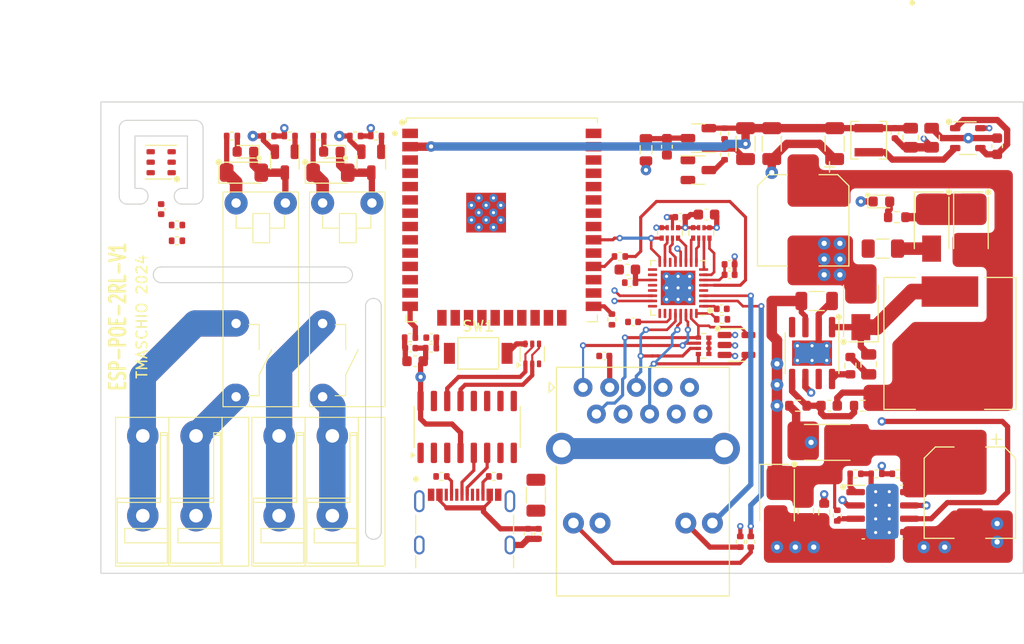
<source format=kicad_pcb>
(kicad_pcb (version 20240108) (generator "pcbnew") (generator_version "8.0")
  (layers (0 "F.Cu" signal) (1 "In1.Cu" signal) (2 "In2.Cu" signal) (31 "B.Cu" signal) (35 "F.Paste" user) (37 "F.SilkS" user "F.Silkscreen") (38 "B.Mask" user) (39 "F.Mask" user) (44 "Edge.Cuts" user))
  (net 0 "")
  (net 1 "PoE-")
  (net 2 "PoE+")
  (net 3 "GND")
  (net 4 "Net-(D2-K)")
  (net 5 "Net-(C3-Pad1)")
  (net 6 "5VPOE")
  (net 7 "Net-(U2-FB)")
  (net 8 "+5V")
  (net 9 "+3.3V")
  (net 10 "Net-(U3-FB)")
  (net 11 "Net-(C10-Pad1)")
  (net 12 "Net-(Q1A-C1)")
  (net 13 "Net-(U6-~{RST})")
  (net 14 "+3.3VA")
  (net 15 "+3.3VLAN")
  (net 16 "Net-(J2-SHIELD)")
  (net 17 "Net-(Q2-G)")
  (net 18 "5VUSB")
  (net 19 "Net-(D5-A)")
  (net 20 "/RD-")
  (net 21 "/TD-")
  (net 22 "/TD+")
  (net 23 "/RD+")
  (net 24 "Net-(D7-K)")
  (net 25 "Net-(D7-A)")
  (net 26 "Net-(D10-A)")
  (net 27 "Net-(D8-A)")
  (net 28 "Net-(J1-CC1)")
  (net 29 "/USB_D+")
  (net 30 "/USB_D-")
  (net 32 "Net-(J1-CC2)")
  (net 34 "Net-(J2-RLED-)")
  (net 35 "Net-(J2-LLED-)")
  (net 36 "/LED_Y_A")
  (net 37 "Net-(J3-Pin_1)")
  (net 38 "Net-(J3-Pin_2)")
  (net 39 "Net-(J4-Pin_1)")
  (net 40 "Net-(J4-Pin_2)")
  (net 41 "Net-(U3-LX)")
  (net 42 "Net-(Q1A-E1)")
  (net 43 "Net-(Q1A-B1)")
  (net 44 "Net-(Q1B-C2)")
  (net 45 "PHY_PWR")
  (net 46 "Net-(Q3-C)")
  (net 47 "Net-(Q4-B)")
  (net 48 "Net-(Q5-B)")
  (net 49 "Net-(U1-UVLO)")
  (net 50 "Net-(U1-ILIM)")
  (net 51 "Net-(U1-CLASS)")
  (net 52 "Net-(U1-DET)")
  (net 53 "Net-(R7-Pad2)")
  (net 54 "Net-(U2-BS)")
  (net 55 "Net-(U6-RBIAS)")
  (net 56 "/LED_G_K")
  (net 57 "OUT1")
  (net 58 "OUT2")
  (net 59 "/EMAC_RXD1")
  (net 60 "/EMAC_RXD0")
  (net 61 "/EMAC_MDIO")
  (net 62 "/EMAC_RX")
  (net 63 "Net-(RN2-R2.1)")
  (net 64 "Net-(RN2-R3.1)")
  (net 65 "Net-(RN2-R4.1)")
  (net 66 "PG")
  (net 68 "Net-(U4-TXD)")
  (net 69 "Net-(U4-RXD)")
  (net 91 "/EMAC_CLK")
  (net 93 "/EMAC_TXD0")
  (net 95 "/EMAC_TXEN")
  (net 96 "/EMAC_TXD1")
  (net 97 "/EMAC_MDC")
  (net 103 "Net-(RN1-R3.1)")
  (net 104 "Net-(U6-VDDCR)")
  (net 105 "I2C_SCL")
  (net 106 "I2C_SDA")
  (net 111 "Net-(U5-IO17)")
  (footprint "Tales:SOT-23" (layer "F.Cu") (at 133 74.45 180)
    (property "Reference" "Q2")
    (property "Value" "WPM2015-3/TR")
  )
  (footprint "Tales:TerminalBlock_Dibo_DB142R-5.08-2P_1x02_P5.08mm_Horizontal" (layer "F.Cu") (at 80 110.5)
    (property "Reference" "J3")
    (property "Value" "1x2P 5,08mm")
  )
  (footprint "Tales:R_0402_1005Metric" (layer "F.Cu") (at 135.5 74.01 -90)
    (property "Reference" "R23")
    (property "Value" "10k/62,5mW")
  )
  (footprint "Tales:C_0402_1005Metric" (layer "F.Cu") (at 116.75 112.23 -90)
    (property "Reference" "C10")
    (property "Value" "1uF/25V")
  )
  (footprint "Tales:SW_SPST_Xunpu_TS1088AR02016" (layer "F.Cu") (at 112 95)
    (property "Reference" "SW1")
    (property "Value" "RESET")
  )
  (footprint "Tales:C_0402_1005Metric" (layer "F.Cu") (at 131.27 82 180)
    (property "Reference" "C17")
    (property "Value" "100nF/50V")
  )
  (footprint "Tales:C_0603_1608Metric" (layer "F.Cu") (at 161.5 75.225 90)
    (property "Reference" "C6")
    (property "Value" "10uF/10V")
  )
  (footprint "Tales:R_0402_1005Metric" (layer "F.Cu") (at 147.99 106.5)
    (property "Reference" "R3")
    (property "Value" "180k/62,5mW")
  )
  (footprint "Tales:R_0402_1005Metric" (layer "F.Cu") (at 100.26 74.25 180)
    (property "Reference" "R28")
    (property "Value" "10k/62,5mW")
  )
  (footprint "Tales:R_0603_1608Metric" (layer "F.Cu") (at 147.5 96.175 -90)
    (property "Reference" "R8")
    (property "Value" "5,1R/100mW")
  )
  (footprint "Tales:QFN-32-1EP_5x5mm_P0.5mm_EP3.3x3.3mm_ThermalVias" (layer "F.Cu") (at 131.0625 88.75 180)
    (property "Reference" "U6")
    (property "Value" "LAN8710A")
  )
  (footprint "Tales:D_SMA" (layer "F.Cu") (at 159 83 -90)
    (property "Reference" "D3")
    (property "Value" "SS34")
  )
  (footprint "Tales:C_0805_2012Metric" (layer "F.Cu") (at 149.25 96.05 90)
    (property "Reference" "C3")
    (property "Value" "100nF/100V")
  )
  (footprint "Package_SO:SOIC-16_3.9x9.9mm_P1.27mm" (layer "F.Cu") (at 110.945 102.025 90)
    (property "Reference" "U4")
    (property "Value" "CH340C")
  )
  (footprint "Tales:SOT-23" (layer "F.Cu") (at 93.55 76.75 -90)
    (property "Reference" "Q4")
    (property "Value" "MMBT2222A")
  )
  (footprint "Tales:R_0402_1005Metric" (layer "F.Cu") (at 88.51 74.25)
    (property "Reference" "R27")
    (property "Value" "680R/62,5mW")
  )
  (footprint "Tales:R_0402_1005Metric" (layer "F.Cu") (at 108.49 106.75 180)
    (property "Reference" "R14")
    (property "Value" "5,1k/62,5mW")
  )
  (footprint "Tales:R_0402_1005Metric" (layer "F.Cu") (at 105.49 93.5)
    (property "Reference" "R18")
    (property "Value" "10k/62,5mW")
  )
  (footprint "Tales:RJ45_HanRun_HY931147C" (layer "F.Cu") (at 122 98.25)
    (property "Reference" "J2")
    (property "Value" "RJ45 JACK")
  )
  (footprint "Tales:TerminalBlock_Dibo_DB142R-5.08-2P_1x02_P5.08mm_Horizontal" (layer "F.Cu") (at 93 110.5)
    (property "Reference" "J4")
    (property "Value" "1x2P 5,08mm")
  )
  (footprint "Tales:C_0402_1005Metric" (layer "F.Cu") (at 151.75 73.98 -90)
    (property "Reference" "C7")
    (property "Value" "22pF/50V")
  )
  (footprint "Tales:C_1206_3216Metric" (layer "F.Cu") (at 140 74.975 -90)
    (property "Reference" "C8")
    (property "Value" "22uF/10V")
  )
  (footprint "Tales:ESP32-WROOM-32U" (layer "F.Cu") (at 114.25 82.255)
    (property "Reference" "U5")
    (property "Value" "ESP32-WROOM-32UE-N16")
  )
  (footprint "Tales:SOT-23-5_Shorter_Pins" (layer "F.Cu") (at 158.7 74.45)
    (property "Reference" "U3")
    (property "Value" "SY8089A1AAC")
  )
  (footprint "Tales:R_0402_1005Metric" (layer "F.Cu") (at 138 112.99 90)
    (property "Reference" "R21")
    (property "Value" "330R/62,5mW")
  )
  (footprint "Tales:L_12x12mm_h6mm" (layer "F.Cu") (at 157 94.05 -90)
    (property "Reference" "L1")
    (property "Value" "33uH/2,1A")
  )
  (footprint "Tales:C_0402_1005Metric" (layer "F.Cu") (at 135.23 90.75)
    (property "Reference" "C18")
    (property "Value" "100nF/50V")
  )
  (footprint "Tales:USB_C_Receptacle_GCT_USB4105-xx-A_16P_TopMnt_Horizontal" (layer "F.Cu") (at 110.7 112.22)
    (property "Reference" "J1")
    (property "Value" "USB_C_Receptacle_USB2.0")
  )
  (footprint "Tales:C_0603_1608Metric" (layer "F.Cu") (at 105.975 95.75 180)
    (property "Reference" "C12")
    (property "Value" "10uF/10V")
  )
  (footprint "Tales:C_0402_1005Metric" (layer "F.Cu") (at 117.75 112.23 -90)
    (property "Reference" "C11")
    (property "Value" "100nF/50V")
  )
  (footprint "Tales:Fuse_1206_3216Metric" (layer "F.Cu") (at 150.6 85 180)
    (property "Reference" "F1")
    (property "Value" "500mA")
  )
  (footprint "Tales:R_0402_1005Metric" (layer "F.Cu") (at 126.49 88.25 180)
    (property "Reference" "R19")
    (property "Value" "10k/62,5mW")
  )
  (footprint "Tales:C_0402_1005Metric" (layer "F.Cu") (at 105.52 94.5 180)
    (property "Reference" "C13")
    (property "Value" "100nF/50V")
  )
  (footprint "Tales:R_0402_1005Metric" (layer "F.Cu") (at 96.76 74.25)
    (property "Reference" "R30")
    (property "Value" "680R/62,5mW")
  )
  (footprint "Tales:C_0603_1608Metric" (layer "F.Cu") (at 133.775 81.75)
    (property "Reference" "C19")
    (property "Value" "10uF/10V")
  )
  (footprint "Tales:R_0402_1005Metric" (layer "F.Cu") (at 102.26 74.25 180)
    (property "Reference" "R29")
    (property "Value" "1k/62,5mW")
  )
  (footprint "Tales:R_0402_1005Metric" (layer "F.Cu") (at 83.26 82.75)
    (property "Reference" "R31")
    (property "Value" "2k2/62,5mW")
  )
  (footprint "Tales:R_0603_1608Metric" (layer "F.Cu") (at 151.925 82 180)
    (property "Reference" "R11")
    (property "Value" "820R/100mW")
  )
  (footprint "Tales:C_1206_3216Metric" (layer "F.Cu") (at 117.5 108.545 -90)
    (property "Reference" "C22")
    (property "Value" "1nF/2kV")
  )
  (footprint "Tales:C_0402_1005Metric" (layer "F.Cu") (at 135.98 86.5)
    (property "Reference" "C21")
    (property "Value" "470pF/50V")
  )
  (footprint "Tales:R_0402_1005Metric" (layer "F.Cu") (at 135.5 76.01 -90)
    (property "Reference" "R24")
    (property "Value" "1k/62,5mW")
  )
  (footprint "Tales:LED_0603_1608Metric" (layer "F.Cu") (at 150.4625 80.5)
    (property "Reference" "D5")
    (property "Value" "EMERALD")
  )
  (footprint "Tales:R_0603_1608Metric" (layer "F.Cu") (at 142.5 100 180)
    (property "Reference" "R10")
    (property "Value" "52,3k/100mW")
  )
  (footprint "Tales:LED_0603_1608Metric" (layer "F.Cu") (at 98.0375 75.75 180)
    (property "Reference" "D8")
    (property "Value" "EMERALD")
  )
  (footprint "Package_TO_SOT_SMD:SOT-363_SC-70-6" (layer "F.Cu") (at 117.15 95.05 90)
    (property "Reference" "Q1")
    (property "Value" "UMH3N")
  )
  (footprint "Tales:C_0402_1005Metric" (layer "F.Cu") (at 124.02 95.25 180)
    (property "Reference" "C23")
    (property "Value" "100nF/50V")
  )
  (footprint "Tales:SOT-23" (layer "F.Cu") (at 133 77.5)
    (property "Reference" "Q3")
    (property "Value" "LMUN2211LT1G")
  )
  (footprint "Tales:C_1206_3216Metric" (layer "F.Cu") (at 146 74.975 -90)
    (property "Reference" "C9")
    (property "Value" "22uF/10V")
  )
  (footprint "Tales:L_0805_2012Metric" (layer "F.Cu") (at 128 75.5625 -90)
    (property "Reference" "L3")
    (property "Value" "2A/600R")
  )
  (footprint "Tales:CP_Elec_8x10.5" (layer "F.Cu") (at 158.9 108.3 -90)
    (property "Reference" "C2")
    (property "Value" "22uF/100V")
  )
  (footprint "Tales:C_0805_2012Metric" (layer "F.Cu") (at 143.25 110.05 -90)
    (property "Reference" "C1")
    (property "Value" "100nF/100V")
  )
  (footprint "Tales:C_0402_1005Metric" (layer "F.Cu") (at 135.98 87.5)
    (property "Reference" "C20")
    (property "Value" "1uF/25V")
  )
  (footprint "Tales:LED_0603_1608Metric" (layer "F.Cu") (at 89.7875 75.75 180)
    (property "Reference" "D7")
    (property "Value" "EMERALD")
  )
  (footprint "Tales:R_0402_1005Metric" (layer "F.Cu") (at 107.49 94.5)
    (property "Reference" "R16")
    (property "Value" "10k/62,5mW")
  )
  (footprint "Tales:DFN-6-3x3mm_P1mm" (layer "F.Cu") (at 81.75 76.75 180)
    (property "Reference" "U7")
    (property "Value" "AHT20")
  )
  (footprint "Tales:R_0805_2012Metric" (layer "F.Cu") (at 155.25 74.4125 90)
    (property "Reference" "R13")
    (property "Value" "22,1k/0,125W")
  )
  (footprint "Tales:Relay_SPST_Omron_G5NB-1A" (layer "F.Cu") (at 97.155 80.645 -90)
    (property "Reference" "K2")
    (property "Value" "G5NB-1A-E-DC5")
  )
  (footprint "Tales:R_2512_6332Metric" (layer "F.Cu") (at 145.2875 103.5 180)
    (property "Reference" "R6")
    (property "Value" "4,7k/1W")
  )
  (footprint "Tales:Relay_SPST_Omron_G5NB-1A" (layer "F.Cu") (at 88.9 80.645 -90)
    (property "Reference" "K1")
    (property "Value" "G5NB-1A-E-DC5")
  )
  (footprint "Tales:D_SOD-123" (layer "F.Cu") (at 97.9 77.75)
    (property "Reference" "D10")
    (property "Value" "1N4148")
  )
  (footprint "Tales:R_0402_1005Metric" (layer "F.Cu") (at 149.99 106.5 180)
    (property "Reference" "R2")
    (property "Value" "10k/62,5mW")
  )
  (footprint "Tales:C_0603_1608Metric" (layer "F.Cu") (at 145.475 100 180)
    (property "Reference" "C4")
    (property "Value" "12pF/50V")
  )
  (footprint "Tales:D_SMA" (layer "F.Cu") (at 148.5 90.5 90)
    (property "Reference" "D2")
    (property "Value" "SS510")
  )
  (footprint "Tales:SOIC-8-1EP_3.9x4.9mm_P1.27mm_EP2.95x4.9mm_Mask2.71x3.4mm_ThermalVias" (layer "F.Cu") (at 150.5625 110.155)
    (property "Reference" "U1")
    (property "Value" "TPS2376DDAR-H")
  )
  (footprint "Tales:D_SOD-123" (layer "F.Cu") (at 89.65 77.75)
    (property "Reference" "D9")
    (property "Value" "1N4148")
  )
  (footprint "Tales:R_0402_1005Metric" (layer "F.Cu") (at 137 112.99 90)
    (property "Reference" "R22")
    (property "Value" "330R/62,5mW")
  )
  (footprint "Tales:C_0402_1005Metric" (layer "F.Cu") (at 107.52 93.5 180)
    (property "Reference" "C14")
    (property "Value" "1uF/25V")
  )
  (footprint "Tales:R_0402_1005Metric" (layer "F.Cu") (at 152.01 106.5 180)
    (property "Reference" "R1")
    (property "Value" "130k/62,5mW")
  )
  (footprint "Tales:SOT-23" (layer "F.Cu") (at 101.8 76.75 -90)
    (property "Reference" "Q5")
    (property "Value" "MMBT2222A")
  )
  (footprint "Tales:R_Array_Convex_4x0402" (layer "F.Cu") (at 133.28 83.5 90)
    (property "Reference" "RN2")
    (property "Value" "4x2,2k/62,5mW")
  )
  (footprint "Tales:R_0402_1005Metric" (layer "F.Cu") (at 113.51 106.75)
    (property "Reference" "R15")
    (property "Value" "5,1k/62,5mW")
  )
  (footprint "Tales:D_SMA" (layer "F.Cu") (at 140.5 109 -90)
    (property "Reference" "D1")
    (property "Value" "SMAJ58A")
  )
  (footprint "Tales:R_Array_Convex_4x0402" (layer "F.Cu") (at 130.28 83.5 90)
    (property "Reference" "RN1")
    (property "Value" "4x2,2k/62,5mW")
  )
  (footprint "Tales:R_0402_1005Metric" (layer "F.Cu") (at 146.25 110.49 -90)
    (property "Reference" "R5")
    (property "Value" "30,1k/62,5mW")
  )
  (footprint "Tales:L_3x3mm_h1.5mm" (layer "F.Cu") (at 149.25 74.65 90)
    (property "Reference" "L2")
    (property "Value" "2,2uH/1,5A")
  )
  (footprint "Tales:R_0805_2012Metric" (layer "F.Cu") (at 153.25 74.4125 -90)
    (property "Reference" "R12")
    (property "Value" "100k/0,125W")
  )
  (footprint "Tales:R_0402_1005Metric" (layer "F.Cu") (at 92.01 74.25 180)
    (property "Reference" "R25")
    (property "Value" "10k/62,5mW")
  )
  (footprint "Tales:R_0603_1608Metric" (layer "F.Cu") (at 145 110.175 -90)
    (property "Reference" "R4")
    (property "Value" "4,42k/100mW")
  )
  (footprint "Tales:SOIC-8-1EP_3.9x4.9mm_P1.27mm_EP2.41x3.81mm_ThermalVias" (layer "F.Cu") (at 143.845 94.975 -90)
    (property "Reference" "U2")
    (property "Value" "TX4138")
  )
  (footprint "Tales:R_0402_1005Metric" (layer "F.Cu") (at 125.51 85.75)
    (property "Reference" "R33")
    (property "Value" "22R/62,5mW")
  )
  (footprint "Tales:CP_Elec_8x10.5" (layer "F.Cu") (at 143 82.3 -90)
    (property "Reference" "C5")
    (property "Value" "470uF/16V")
  )
  (footprint "Tales:R_0402_1005Metric" (layer "F.Cu") (at 94.01 74.25 180)
    (property "Reference" "R26")
    (property "Value" "1k/62,5mW")
  )
  (footprint "Tales:C_0402_1005Metric" (layer "F.Cu") (at 126.77 92 180)
    (property "Reference" "C16")
    (property "Value" "100nF/50V")
  )
  (footprint "Tales:C_0603_1608Metric" (layer "F.Cu") (at 126.225 87)
    (property "Reference" "C15")
    (property "Value" "10uF/10V")
  )
  (footprint "Tales:R_1206_3216Metric" (layer "F.Cu") (at 144.2875 90)
    (property "Reference" "R7")
    (property "Value" "30mR/250mW")
  )
  (footprint "Tales:R_0603_1608Metric" (layer "F.Cu") (at 148.675 100 180)
    (property "Reference" "R9")
    (property "Value" "300k/100mW")
  )
  (footprint "Tales:R_0402_1005Metric" (layer "F.Cu") (at 135.26 91.75)
    (property "Reference" "R20")
    (property "Value" "12,1k/62,5mW")
  )
  (footprint "Tales:C_0402_1005Metric" (layer "F.Cu") (at 81.75 81.23 -90)
    (property "Reference" "C26")
    (property "Value" "100nF/50V")
  )
  (footprint "Tales:SOT-23-5" (layer "F.Cu") (at 136.6375 94.2)
    (property "Reference" "D6")
    (property "Value" "ESDS314DBV")
  )
  (footprint "Tales:D_SMA" (layer "F.Cu") (at 155.25 83 -90)
    (property "Reference" "D4")
    (property "Value" "SS34")
  )
  (footprint "Tales:R_Array_Convex_4x0402" (layer "F.Cu") (at 133.5 94.28)
    (property "Reference" "RN3")
    (property "Value" "4x49,9R/62,5mW")
  )
  (footprint "Tales:R_0402_1005Metric" (layer "F.Cu") (at 83.26 84.25)
    (property "Reference" "R32")
    (property "Value" "2k2/62,5mW")
  )
  (footprint "Tales:C_1206_3216Metric" (layer "F.Cu") (at 137.5 74.975 -90)
    (property "Reference" "C24")
    (property "Value" "22uF/10V")
  )
  (footprint "Tales:R_0402_1005Metric" (layer "F.Cu") (at 124.75 91.76 90)
    (property "Reference" "R17")
    (property "Value" "10k/62,5mW")
  )
  (footprint "Tales:C_0603_1608Metric" (layer "F.Cu") (at 130 75.275 -90)
    (property "Reference" "C25")
    (property "Value" "10uF/10V")
  )
  (gr_circle (center 104.05 74) (end 104.25 74) (stroke (width 0.15)) (fill solid) (layer "F.SilkS"))
  (gr_circle (center 153.404 61.539) (end 153.604 61.539) (stroke (width 0.15)) (fill solid) (layer "F.SilkS"))
  (gr_circle (center 146.8 107.75) (end 147 107.75) (stroke (width 0.15)) (fill solid) (layer "F.SilkS"))
  (gr_circle (center 106.05 107) (end 106.25 107) (stroke (width 0.15)) (fill solid) (layer "F.SilkS"))
  (gr_line (start 79.25 74.25) (end 84.25 74.25) (stroke (width 0.1)) (layer "Edge.Cuts"))
  (gr_line (start 79.75 79.25) (end 79.25 79.25) (stroke (width 0.1)) (layer "Edge.Cuts"))
  (gr_line (start 77.75 73.5) (end 77.75 80) (stroke (width 0.1)) (layer "Edge.Cuts"))
  (gr_arc (start 102.75 112) (mid 102 112.75) (end 101.25 112) (stroke (width 0.1)) (layer "Edge.Cuts"))
  (gr_arc (start 78.5 80.75) (mid 77.96967 80.53033) (end 77.75 80) (stroke (width 0.1)) (layer "Edge.Cuts"))
  (gr_line (start 78.5 80.75) (end 79.75 80.75) (stroke (width 0.1)) (layer "Edge.Cuts"))
  (gr_line (start 84.25 79.25) (end 83.75 79.25) (stroke (width 0.1)) (layer "Edge.Cuts"))
  (gr_arc (start 79.75 79.25) (mid 80.5 80) (end 79.75 80.75) (stroke (width 0.1)) (layer "Edge.Cuts"))
  (gr_line (start 101.25 90.5) (end 101.25 112) (stroke (width 0.1)) (layer "Edge.Cuts"))
  (gr_line (start 83.75 80.75) (end 85 80.75) (stroke (width 0.1)) (layer "Edge.Cuts"))
  (gr_arc (start 83.75 80.75) (mid 83 80) (end 83.75 79.25) (stroke (width 0.1)) (layer "Edge.Cuts"))
  (gr_line (start 85.75 80) (end 85.75 73.5) (stroke (width 0.1)) (layer "Edge.Cuts"))
  (gr_arc (start 101.25 90.5) (mid 102 89.75) (end 102.75 90.5) (stroke (width 0.1)) (layer "Edge.Cuts"))
  (gr_line (start 102.75 90.5) (end 102.75 112) (stroke (width 0.1)) (layer "Edge.Cuts"))
  (gr_arc (start 99.25 86.75) (mid 100 87.5) (end 99.25 88.25) (stroke (width 0.1)) (layer "Edge.Cuts"))
  (gr_line (start 99.25 86.75) (end 81.75 86.75) (stroke (width 0.1)) (layer "Edge.Cuts"))
  (gr_line (start 79.25 79.25) (end 79.25 74.25) (stroke (width 0.1)) (layer "Edge.Cuts"))
  (gr_arc (start 85.75 80) (mid 85.53033 80.53033) (end 85 80.75) (stroke (width 0.1)) (layer "Edge.Cuts"))
  (gr_line (start 85 72.75) (end 78.5 72.75) (stroke (width 0.1)) (layer "Edge.Cuts"))
  (gr_arc (start 85 72.75) (mid 85.53033 72.96967) (end 85.75 73.5) (stroke (width 0.1)) (layer "Edge.Cuts"))
  (gr_line (start 99.25 88.25) (end 81.75 88.25) (stroke (width 0.1)) (layer "Edge.Cuts"))
  (gr_arc (start 81.75 88.25) (mid 81 87.5) (end 81.75 86.75) (stroke (width 0.1)) (layer "Edge.Cuts"))
  (gr_rect (start 76 71) (end 164 116) (stroke (width 0.1)) (fill none) (layer "Edge.Cuts"))
  (gr_line (start 84.25 74.25) (end 84.25 79.25) (stroke (width 0.1)) (layer "Edge.Cuts"))
  (gr_arc (start 77.75 73.5) (mid 77.96967 72.96967) (end 78.5 72.75) (stroke (width 0.1)) (layer "Edge.Cuts"))
  (gr_text "TMASCHIO 2024" (at 80.5 91.5 90) (layer "F.SilkS") (effects (font (size 1 1)) (justify bottom)))
  (gr_text "ESP-POE-2RL-V1" (at 78.5 91.5 90) (layer "F.SilkS") (effects (font (size 1.5 1) (thickness 0.25) (bold yes)) (justify bottom)))
  (segment (start 148.5 106.5) (end 149.48 106.5) (width 0.5) (layer "F.Cu") (net 1))
  (segment (start 149.48 106.5) (end 149.48 109.0725) (width 0.5) (layer "F.Cu") (net 1))
  (segment (start 149.48 109.0725) (end 149.9125 109.505) (width 0.5) (layer "F.Cu") (net 1))
  (segment (start 149.845 112.055) (end 149.8 112.01) (width 0.6) (layer "F.Cu") (net 1))
  (via (at 144 113.5) (size 1.2) (drill 0.5) (layers "F.Cu" "B.Cu") (net 1))
  (via (at 140.5 113.5) (size 1.2) (drill 0.5) (layers "F.Cu" "B.Cu") (net 1))
  (via (at 142.25 113.5) (size 1.2) (drill 0.5) (layers "F.Cu" "B.Cu") (net 1))
  (segment (start 143.21 91.46) (end 142.825 91.075) (width 0.5) (layer "F.Cu") (net 2))
  (segment (start 143.25 107.5) (end 143.25 109.1) (width 0.3) (layer "F.Cu") (net 2))
  (segment (start 146 109.73) (end 146 107.25) (width 0.3) (layer "F.Cu") (net 2))
  (segment (start 146.25 109.98) (end 146 109.73) (width 0.3) (layer "F.Cu") (net 2))
  (segment (start 143.75 107) (end 143.25 107.5) (width 0.3) (layer "F.Cu") (net 2))
  (segment (start 140.5 93.75) (end 140 93.25) (width 1) (layer "F.Cu") (net 2))
  (segment (start 140.5 98) (end 140.5 93.75) (width 1) (layer "F.Cu") (net 2))
  (segment (start 140.5 107) (end 140.5 98) (width 1) (layer "F.Cu") (net 2))
  (segment (start 140 90) (end 142.825 90) (width 1) (layer "F.Cu") (net 2))
  (segment (start 145.75 107) (end 143.75 107) (width 0.3) (layer "F.Cu") (net 2))
  (segment (start 143.21 92.5) (end 143.21 91.46) (width 0.5) (layer "F.Cu") (net 2))
  (segment (start 142.825 91.075) (end 142.825 90) (width 0.5) (layer "F.Cu") (net 2))
  (segment (start 146 107.25) (end 145.75 107) (width 0.3) (layer "F.Cu") (net 2))
  (segment (start 146.25 109.98) (end 146.23 109.98) (width 0.3) (layer "F.Cu") (net 2))
  (segment (start 140 93.25) (end 140 90) (width 1) (layer "F.Cu") (net 2))
  (via (at 140.5 98) (size 1.2) (drill 0.5) (layers "F.Cu" "B.Cu") (net 2))
  (via (at 140.5 96) (size 1.2) (drill 0.5) (layers "F.Cu" "B.Cu") (net 2))
  (via (at 140.495 100) (size 1.2) (drill 0.5) (layers "F.Cu" "B.Cu") (net 2))
  (segment (start 136.46 85.75) (end 136.46 86.5) (width 0.4) (layer "F.Cu") (net 3))
  (segment (start 136.45 94.2) (end 136.5 94.25) (width 0.25) (layer "F.Cu") (net 3))
  (segment (start 91.5 74.25) (end 91.5 74.65) (width 0.5) (layer "F.Cu") (net 3))
  (segment (start 99.75 74.65) (end 100.85 75.75) (width 0.5) (layer "F.Cu") (net 3))
  (segment (start 156.2 74.45) (end 155.25 73.5) (width 0.6) (layer "F.Cu") (net 3))
  (segment (start 140 76.45) (end 141.45 75) (width 0.8) (layer "F.Cu") (net 3))
  (segment (start 142.325 100.65) (end 141.675 100) (width 0.8) (layer "F.Cu") (net 3))
  (segment (start 105.04 94.5) (end 105.04 95.59) (width 0.5) (layer "F.Cu") (net 3))
  (segment (start 130.53 83) (end 130.53 82.03) (width 0.3) (layer "F.Cu") (net 3))
  (segment (start 140 77.75) (end 140 76.45) (width 0.8) (layer "F.Cu") (net 3))
  (segment (start 91.5 74.65) (end 92.6 75.75) (width 0.5) (layer "F.Cu") (net 3))
  (segment (start 104.98 94.44) (end 105.04 94.5) (width 0.5) (layer "F.Cu") (net 3))
  (segment (start 105.04 95.59) (end 105.2 95.75) (width 0.5) (layer "F.Cu") (net 3))
  (segment (start 130.53 82.03) (end 130.5 82) (width 0.3) (layer "F.Cu") (net 3))
  (segment (start 130.79 82) (end 130 82) (width 0.5) (layer "F.Cu") (net 3))
  (segment (start 134.75 81.95) (end 134.55 81.75) (width 0.5) (layer "F.Cu") (net 3))
  (segment (start 135.5 94.2) (end 136.45 94.2) (width 0.25) (layer "F.Cu") (net 3))
  (segment (start 116.165 113.295) (end 116.75 112.71) (width 0.6) (layer "F.Cu") (net 3))
  (segment (start 158.75 74.45) (end 161.5 74.45) (width 0.6) (layer "F.Cu") (net 3))
  (segment (start 158.75 74.45) (end 157.5 74.45) (width 0.6) (layer "F.Cu") (net 3))
  (segment (start 98.75 74.25) (end 99.75 74.25) (width 0.5) (layer "F.Cu") (net 3))
  (segment (start 141.45 75) (end 144.55 75) (width 0.8) (layer "F.Cu") (net 3))
  (segment (start 149.675 80.5) (end 148.5 80.5) (width 0.6) (layer "F.Cu") (net 3))
  (segment (start 99.75 74.25) (end 99.75 74.65) (width 0.5) (layer "F.Cu") (net 3))
  (segment (start 134.06 83) (end 133.53 83) (width 0.3) (layer "F.Cu") (net 3))
  (segment (start 115.02 113.295) (end 116.165 113.295) (width 0.6) (layer "F.Cu") (net 3))
  (segment (start 90.5 74.25) (end 91.5 74.25) (width 0.5) (layer "F.Cu") (net 3))
  (segment (start 142.325 103.5) (end 142.325 100.65) (width 0.8) (layer "F.Cu") (net 3))
  (segment (start 134.75 83) (end 134.75 81.95) (width 0.5) (layer "F.Cu") (net 3))
  (segment (start 144.55 75) (end 146 76.45) (width 0.8) (layer "F.Cu") (net 3))
  (segment (start 157.5 74.45) (end 156.2 74.45) (width 0.6) (layer "F.Cu") (net 3))
  (segment (start 134.06 83) (end 134.75 83) (width 0.3) (layer "F.Cu") (net 3))
  (segment (start 137 112.48) (end 137 111.5) (width 0.4) (layer "F.Cu") (net 3))
  (segment (start 136.46 87.5) (end 136.46 86.5) (width 0.4) (layer "F.Cu") (net 3))
  (segment (start 104.98 93.5) (end 104.98 94.44) (width 0.5) (layer "F.Cu") (net 3))
  (segment (start 116.75 112.71) (end 117.75 112.71) (width 0.6) (layer "F.Cu") (net 3))
  (via (at 137 111.5) (size 0.6) (drill 0.3) (layers "F.Cu" "B.Cu") (net 3))
  (via (at 136.5 94.25) (size 0.6) (drill 0.3) (layers "F.Cu" "B.Cu") (net 3))
  (via (at 90.5 74.25) (size 1) (drill 0.4) (layers "F.Cu" "B.Cu") (net 3))
  (via (at 154.5 113.5) (size 1.2) (drill 0.5) (layers "F.Cu" "B.Cu") (net 3))
  (via (at 98.75 74.25) (size 1) (drill 0.4) (layers "F.Cu" "B.Cu") (net 3))
  (via (at 145 86) (size 1.2) (drill 0.5) (layers "F.Cu" "B.Cu") (net 3))
  (via (at 148.5 80.5) (size 1) (drill 0.4) (layers "F.Cu" "B.Cu") (net 3))
  (via (at 161.5 113) (size 1.2) (drill 0.5) (layers "F.Cu" "B.Cu") (net 3))
  (via (at 136.46 85.75) (size 0.6) (drill 0.3) (layers "F.Cu" "B.Cu") (net 3))
  (via (at 140 77.75) (size 1.2) (drill 0.5) (layers "F.Cu" "B.Cu") (net 3))
  (via (at 161.5 111.25) (size 1.2) (drill 0.5) (layers "F.Cu" "B.Cu") (net 3))
  (via (at 156.5 113.5) (size 1.2) (drill 0.5) (layers "F.Cu" "B.Cu") (net 3))
  (via (at 146.5 87.5) (size 1.2) (drill 0.5) (layers "F.Cu" "B.Cu") (net 3))
  (via (at 146.5 84.5) (size 1.2) (drill 0.5) (layers "F.Cu" "B.Cu") (net 3))
  (via (at 134.75 83) (size 0.6) (drill 0.3) (layers "F.Cu" "B.Cu") (net 3))
  (via (at 158.75 74.45) (size 1) (drill 0.4) (layers "F.Cu" "B.Cu") (net 3))
  (via (at 145 87.5) (size 1.2) (drill 0.5) (layers "F.Cu" "B.Cu") (net 3))
  (via (at 143.75 103.5) (size 1.2) (drill 0.5) (layers "F.Cu" "B.Cu") (net 3))
  (via (at 130 82) (size 0.6) (drill 0.3) (layers "F.Cu" "B.Cu") (net 3))
  (via (at 145 84.5) (size 1.2) (drill 0.5) (layers "F.Cu" "B.Cu") (net 3))
  (via (at 146.5 86) (size 1.2) (drill 0.5) (layers "F.Cu" "B.Cu") (net 3))
  (segment (start 148.5 94.35) (end 149.25 95.1) (width 0.6) (layer "F.Cu") (net 4))
  (segment (start 150 92.5) (end 153.4 89.1) (width 1.5) (layer "F.Cu") (net 4))
  (segment (start 153.4 89.1) (end 157 89.1) (width 1.5) (layer "F.Cu") (net 4))
  (segment (start 148.5 92.5) (end 150 92.5) (width 1.5) (layer "F.Cu") (net 4))
  (segment (start 148.5 92.5) (end 148.5 94.35) (width 0.6) (layer "F.Cu") (net 4))
  (segment (start 145.75 92.5) (end 148.5 92.5) (width 0.6) (layer "F.Cu") (net 4))
  (segment (start 149.15 97) (end 147.5 95.35) (width 0.6) (layer "F.Cu") (net 5))
  (segment (start 149.25 97) (end 149.15 97) (width 0.6) (layer "F.Cu") (net 5))
  (segment (start 146.25 100) (end 146.25 99.25) (width 0.6) (layer "F.Cu") (net 6))
  (segment (start 149 98.75) (end 149.5 99.25) (width 0.6) (layer "F.Cu") (net 6))
  (segment (start 146.25 99.25) (end 146.75 98.75) (width 0.6) (layer "F.Cu") (net 6))
  (segment (start 149.5 99.25) (end 149.5 99.5) (width 0.6) (layer "F.Cu") (net 6))
  (segment (start 146.75 98.75) (end 149 98.75) (width 0.6) (layer "F.Cu") (net 6))
  (segment (start 144.7 100) (end 144.7 100.7) (width 0.6) (layer "F.Cu") (net 7))
  (segment (start 147.85 100.65) (end 147.85 100) (width 0.6) (layer "F.Cu") (net 7))
  (segment (start 147.5 101) (end 147.85 100.65) (width 0.6) (layer "F.Cu") (net 7))
  (segment (start 143.325 100) (end 144.7 100) (width 0.6) (layer "F.Cu") (net 7))
  (segment (start 144.7 100.7) (end 145 101) (width 0.6) (layer "F.Cu") (net 7))
  (segment (start 143.25 100) (end 143.325 100) (width 0.6) (layer "F.Cu") (net 7))
  (segment (start 141.94 98.615) (end 141.94 97.45) (width 0.6) (layer "F.Cu") (net 7))
  (segment (start 145 101) (end 147.5 101) (width 0.6) (layer "F.Cu") (net 7))
  (segment (start 143.325 100) (end 141.94 98.615) (width 0.6) (layer "F.Cu") (net 7))
  (segment (start 97.155 78.655) (end 96.25 77.75) (width 1.2) (layer "F.Cu") (net 8))
  (segment (start 154.25 82) (end 155.25 81) (width 0.8) (layer "F.Cu") (net 8))
  (segment (start 96.25 74.25) (end 96.25 77.75) (width 0.5) (layer "F.Cu") (net 8))
  (segment (start 152.75 82) (end 154.25 82) (width 0.8) (layer "F.Cu") (net 8))
  (segment (start 97.155 80.645) (end 97.155 78.655) (width 1.2) (layer "F.Cu") (net 8))
  (segment (start 161.5 76) (end 160.5 76) (width 0.6) (layer "F.Cu") (net 8))
  (segment (start 160.5 76) (end 159.9 75.4) (width 0.6) (layer "F.Cu") (net 8))
  (segment (start 88.9 80.645) (end 88.9 78.65) (width 1.2) (layer "F.Cu") (net 8))
  (segment (start 88 74.25) (end 88 77.75) (width 0.5) (layer "F.Cu") (net 8))
  (segment (start 162.455 75.045) (end 162.455 73.655) (width 0.6) (layer "F.Cu") (net 8))
  (segment (start 161.5 76) (end 162.455 75.045) (width 0.6) (layer "F.Cu") (net 8))
  (segment (start 158.28 72.72) (end 157.5 73.5) (width 0.6) (layer "F.Cu") (net 8))
  (segment (start 88.9 78.65) (end 88 77.75) (width 1.2) (layer "F.Cu") (net 8))
  (segment (start 161.52 72.72) (end 158.28 72.72) (width 0.6) (layer "F.Cu") (net 8))
  (segment (start 162.455 73.655) (end 161.52 72.72) (width 0.6) (layer "F.Cu") (net 8))
  (segment (start 140 73.5) (end 137.5 73.5) (width 0.8) (layer "F.Cu") (net 9))
  (segment (start 151.75 73.5) (end 153.25 73.5) (width 0.6) (layer "F.Cu") (net 9))
  (segment (start 137.5 75) (end 137.5 73.5) (width 0.8) (layer "F.Cu") (net 9))
  (segment (start 106.5 101.25) (end 107 101.75) (width 0.5) (layer "F.Cu") (net 9))
  (segment (start 107 101.75) (end 109.5 101.75) (width 0.5) (layer "F.Cu") (net 9))
  (segment (start 106.98 94.5) (end 106.98 95.52) (width 0.5) (layer "F.Cu") (net 9))
  (segment (start 146 73.5) (end 149.25 73.5) (width 0.6) (layer "F.Cu") (net 9))
  (segment (start 137.5 73.5) (end 135.5 73.5) (width 0.5) (layer "F.Cu") (net 9))
  (segment (start 106 94.5) (end 106.98 94.5) (width 0.5) (layer "F.Cu") (net 9))
  (segment (start 109.5 101.75) (end 110.31 102.56) (width 0.5) (layer "F.Cu") (net 9))
  (segment (start 135.5 73.5) (end 134 73.5) (width 0.5) (layer "F.Cu") (net 9))
  (segment (start 105.5 75.27) (end 107.48 75.27) (width 0.8) (layer "F.Cu") (net 9))
  (segment (start 140 73.5) (end 146 73.5) (width 0.8) (layer "F.Cu") (net 9))
  (segment (start 106.98 95.52) (end 106.75 95.75) (width 0.5) (layer "F.Cu") (net 9))
  (segment (start 107.48 75.27) (end 107.5 75.25) (width 0.8) (layer "F.Cu") (net 9))
  (segment (start 106.5 99.55) (end 106.5 101.25) (width 0.5) (layer "F.Cu") (net 9))
  (segment (start 106.5 99.55) (end 106.5 96) (width 0.5) (layer "F.Cu") (net 9))
  (segment (start 106.5 96) (end 106.75 95.75) (width 0.5) (layer "F.Cu") (net 9))
  (segment (start 110.31 102.56) (end 110.31 104.5) (width 0.5) (layer "F.Cu") (net 9))
  (segment (start 149.25 73.5) (end 151.75 73.5) (width 0.6) (layer "F.Cu") (net 9))
  (via (at 137.5 75) (size 1) (drill 0.4) (layers "F.Cu" "B.Cu") (net 9))
  (via (at 107.5 75.25) (size 1) (drill 0.4) (layers "F.Cu" "B.Cu") (net 9))
  (via (at 106.5 97.25) (size 1) (drill 0.4) (layers "F.Cu" "B.Cu") (net 9))
  (segment (start 135.5 75.25) (end 135.75 75) (width 0.8) (layer "B.Cu") (net 9))
  (segment (start 107.5 75.25) (end 135.5 75.25) (width 0.8) (layer "B.Cu") (net 9))
  (segment (start 135.75 75) (end 137.5 75) (width 0.8) (layer "B.Cu") (net 9))
  (segment (start 152.615 75.325) (end 151.75 74.46) (width 0.6) (layer "F.Cu") (net 10))
  (segment (start 155.25 75.325) (end 155.25 75.25) (width 0.5) (layer "F.Cu") (net 10))
  (segment (start 155.25 75.25) (end 154.5 74.5) (width 0.5) (layer "F.Cu") (net 10))
  (segment (start 160.75 73.5) (end 159.9 73.5) (width 0.5) (layer "F.Cu") (net 10))
  (segment (start 153.25 75.325) (end 152.615 75.325) (width 0.6) (layer "F.Cu") (net 10))
  (segment (start 153.25 75.325) (end 155.25 75.325) (width 0.8) (layer "F.Cu") (net 10))
  (via (at 160.75 73.5) (size 0.6) (drill 0.3) (layers "F.Cu" "B.Cu") (net 10))
  (via (at 154.5 74.5) (size 0.6) (drill 0.3) (layers "F.Cu" "B.Cu") (net 10))
  (segment (start 117.75 111.75) (end 116.75 111.75) (width 0.5) (layer "F.Cu") (net 11))
  (segment (start 112.5 109.75) (end 113.1 109.15) (width 0.3) (layer "F.Cu") (net 11))
  (segment (start 108.3 109.05) (end 109 109.75) (width 0.3) (layer "F.Cu") (net 11))
  (segment (start 116.75 111.75) (end 114.125 111.75) (width 0.5) (layer "F.Cu") (net 11))
  (segment (start 108.3 108.5) (end 108.3 109.05) (width 0.3) (layer "F.Cu") (net 11))
  (segment (start 114.125 111.75) (end 112.5 110.125) (width 0.5) (layer "F.Cu") (net 11))
  (segment (start 113.1 109.15) (end 113.1 108.5) (width 0.3) (layer "F.Cu") (net 11))
  (segment (start 112.5 110.125) (end 112.5 109.75) (width 0.5) (layer "F.Cu") (net 11))
  (segment (start 109 109.75) (end 112.5 109.75) (width 0.5) (layer "F.Cu") (net 11))
  (segment (start 115.65 94.1) (end 114.75 95) (width 0.5) (layer "F.Cu") (net 12))
  (segment (start 108 94.5) (end 108 93.5) (width 0.5) (layer "F.Cu") (net 12))
  (segment (start 116.5 94.1) (end 115.65 94.1) (width 0.5) (layer "F.Cu") (net 12))
  (segment (start 128.625 88) (end 127 88) (width 0.25) (layer "F.Cu") (net 13))
  (segment (start 127 87) (end 127 88.25) (width 0.5) (layer "F.Cu") (net 13))
  (segment (start 134.5 90.5) (end 134.75 90.75) (width 0.25) (layer "F.Cu") (net 14))
  (segment (start 130.3125 91.679266) (end 129.991766 92) (width 0.25) (layer "F.Cu") (net 14))
  (segment (start 130.3125 91.1875) (end 130.3125 91.679266) (width 0.25) (layer "F.Cu") (net 14))
  (segment (start 134 94.03) (end 134 93.5) (width 0.3) (layer "F.Cu") (net 14))
  (segment (start 134 95.06) (end 134 94.53) (width 0.3) (layer "F.Cu") (net 14))
  (segment (start 128 77.5) (end 128 76.625) (width 0.8) (layer "F.Cu") (net 14))
  (segment (start 134 94.53) (end 134 94.03) (width 0.3) (layer "F.Cu") (net 14))
  (segment (start 133.5 90.5) (end 134.5 90.5) (width 0.25) (layer "F.Cu") (net 14))
  (segment (start 124.54 98.25) (end 124.54 95.29) (width 0.5) (layer "F.Cu") (net 14))
  (segment (start 124.54 95.29) (end 124.5 95.25) (width 0.5) (layer "F.Cu") (net 14))
  (segment (start 129.991766 92) (end 127.25 92) (width 0.25) (layer "F.Cu") (net 14))
  (via (at 128 77.5) (size 1) (drill 0.4) (layers "F.Cu" "B.Cu") (net 14))
  (segment (start 129.5 83) (end 130.03 83) (width 0.3) (layer "F.Cu") (net 15))
  (segment (start 130.05 74.45) (end 130 74.5) (width 0.5) (layer "F.Cu") (net 15))
  (segment (start 131 85) (end 131.3125 85.3125) (width 0.25) (layer "F.Cu") (net 15))
  (segment (start 132.5 83) (end 133.03 83) (width 0.3) (layer "F.Cu") (net 15))
  (segment (start 132 74.45) (end 130.05 74.45) (width 0.5) (layer "F.Cu") (net 15))
  (segment (start 131.75 82) (end 132 82) (width 0.5) (layer "F.Cu") (net 15))
  (segment (start 132 82) (end 132.25 81.75) (width 0.5) (layer "F.Cu") (net 15))
  (segment (start 128 74.5) (end 130 74.5) (width 0.5) (layer "F.Cu") (net 15))
  (segment (start 129.5 83) (end 129 83) (width 0.3) (layer "F.Cu") (net 15))
  (segment (start 131.75 83) (end 131.06 83) (width 0.3) (layer "F.Cu") (net 15))
  (segment (start 132.25 81.75) (end 133 81.75) (width 0.5) (layer "F.Cu") (net 15))
  (segment (start 131.3125 85.3125) (end 131.3125 86.3125) (width 0.25) (layer "F.Cu") (net 15))
  (segment (start 132.5 83) (end 131.75 83) (width 0.3) (layer "F.Cu") (net 15))
  (segment (start 131.75 83) (end 131.75 82) (width 0.5) (layer "F.Cu") (net 15))
  (via (at 129 83) (size 0.6) (drill 0.3) (layers "F.Cu" "B.Cu") (net 15))
  (via (at 131.75 83) (size 0.6) (drill 0.3) (layers "F.Cu" "B.Cu") (net 15))
  (via (at 131 85) (size 0.6) (drill 0.3) (layers "F.Cu" "B.Cu") (net 15))
  (segment (start 119.96 104.09) (end 135.46 104.09) (width 2) (layer "B.Cu") (net 16))
  (segment (start 134.1 75.5) (end 134 75.4) (width 0.5) (layer "F.Cu") (net 17))
  (segment (start 135.5 75.5) (end 134.1 75.5) (width 0.5) (layer "F.Cu") (net 17))
  (segment (start 135.5 74.52) (end 135.5 75.5) (width 0.5) (layer "F.Cu") (net 17))
  (segment (start 136.55 75.5) (end 135.5 75.5) (width 0.5) (layer "F.Cu") (net 17))
  (segment (start 137.5 76.45) (end 136.55 75.5) (width 0.5) (layer "F.Cu") (net 17))
  (segment (start 152 85) (end 155.25 85) (width 1.2) (layer "F.Cu") (net 18))
  (segment (start 151.1 82) (end 151.1 81.4) (width 0.6) (layer "F.Cu") (net 19))
  (segment (start 151.25 81.25) (end 151.25 80.5) (width 0.6) (layer "F.Cu") (net 19))
  (segment (start 151.1 81.4) (end 151.25 81.25) (width 0.6) (layer "F.Cu") (net 19))
  (segment (start 131.5 94.25) (end 122 94.25) (width 0.3) (layer "F.Cu") (net 20))
  (segment (start 131.8125 91.8125) (end 131.8125 91.1875) (width 0.25) (layer "F.Cu") (net 20))
  (segment (start 131.72 94.03) (end 133 94.03) (width 0.3) (layer "F.Cu") (net 20))
  (segment (start 135.5 93.25) (end 136.5 93.25) (width 0.25) (layer "F.Cu") (net 20))
  (segment (start 132 92) (end 132 92.75) (width 0.25) (layer "F.Cu") (net 20))
  (segment (start 131.5 94.25) (end 131.72 94.03) (width 0.3) (layer "F.Cu") (net 20))
  (segment (start 132 92) (end 131.8125 91.8125) (width 0.25) (layer "F.Cu") (net 20))
  (via (at 136.5 93.25) (size 0.6) (drill 0.3) (layers "F.Cu" "B.Cu") (net 20))
  (via (at 122 94.25) (size 0.6) (drill 0.3) (layers "F.Cu" "B.Cu") (net 20))
  (via (at 132 92.75) (size 0.6) (drill 0.3) (layers "F.Cu" "B.Cu") (net 20))
  (via (at 131.5 94.25) (size 0.6) (drill 0.3) (layers "F.Cu" "B.Cu") (net 20))
  (segment (start 122 94.25) (end 122 98.25) (width 0.2) (layer "B.Cu") (net 20))
  (segment (start 132 92.75) (end 132 93.75) (width 0.25) (layer "B.Cu") (net 20))
  (segment (start 132 93.75) (end 131.5 94.25) (width 0.25) (layer "B.Cu") (net 20))
  (segment (start 128.609045 95.25) (end 128.614045 95.245) (width 0.3) (layer "F.Cu") (net 21))
  (segment (start 136.4 95.15) (end 136.5 95.25) (width 0.25) (layer "F.Cu") (net 21))
  (segment (start 127.5 95.25) (end 128.609045 95.25) (width 0.3) (layer "F.Cu") (net 21))
  (segment (start 131.5 95.25) (end 132.22 94.53) (width 0.3) (layer "F.Cu") (net 21))
  (segment (start 128 92.75) (end 130 92.75) (width 0.25) (layer "F.Cu") (net 21))
  (segment (start 130.8125 91.9375) (end 130.8125 91.1875) (width 0.25) (layer "F.Cu") (net 21))
  (segment (start 129.140955 95.25) (end 131.5 95.25) (width 0.3) (layer "F.Cu") (net 21))
  (segment (start 130 92.75) (end 130.8125 91.9375) (width 0.25) (layer "F.Cu") (net 21))
  (segment (start 129.135955 95.245) (end 129.140955 95.25) (width 0.3) (layer "F.Cu") (net 21))
  (segment (start 135.5 95.15) (end 136.4 95.15) (width 0.25) (layer "F.Cu") (net 21))
  (segment (start 132.22 94.53) (end 133 94.53) (width 0.3) (layer "F.Cu") (net 21))
  (segment (start 128.614045 95.245) (end 129.135955 95.245) (width 0.3) (layer "F.Cu") (net 21))
  (via (at 127.5 95.25) (size 0.6) (drill 0.3) (layers "F.Cu" "B.Cu") (net 21))
  (via (at 136.5 95.25) (size 0.6) (drill 0.3) (layers "F.Cu" "B.Cu") (net 21))
  (via (at 128 92.75) (size 0.6) (drill 0.3) (layers "F.Cu" "B.Cu") (net 21))
  (segment (start 127.5 95.25) (end 127.5 96.75) (width 0.3) (layer "B.Cu") (net 21))
  (segment (start 127.5 96.75) (end 127.08 97.17) (width 0.3) (layer "B.Cu") (net 21))
  (segment (start 127.5 95.25) (end 127.5 93.25) (width 0.25) (layer "B.Cu") (net 21))
  (segment (start 127.5 93.25) (end 128 92.75) (width 0.25) (layer "B.Cu") (net 21))
  (segment (start 127.08 97.17) (end 127.08 98.25) (width 0.3) (layer "B.Cu") (net 21))
  (segment (start 136.925 96) (end 137.775 95.15) (width 0.3) (layer "F.Cu") (net 22))
  (segment (start 131.3125 92.045612) (end 131 92.358112) (width 0.25) (layer "F.Cu") (net 22))
  (segment (start 133 96) (end 133 95.06) (width 0.3) (layer "F.Cu") (net 22))
  (segment (start 131 92.358112) (end 131 92.75) (width 0.25) (layer "F.Cu") (net 22))
  (segment (start 128.75 96) (end 136.925 96) (width 0.3) (layer "F.Cu") (net 22))
  (segment (start 131.3125 91.1875) (end 131.3125 92.045612) (width 0.25) (layer "F.Cu") (net 22))
  (via (at 131 92.75) (size 0.6) (drill 0.3) (layers "F.Cu" "B.Cu") (net 22))
  (via (at 128.75 96) (size 0.6) (drill 0.3) (layers "F.Cu" "B.Cu") (net 22))
  (segment (start 128.75 96) (end 130.5 94.25) (width 0.25) (layer "B.Cu") (net 22))
  (segment (start 130.5 94.25) (end 130.5 93.25) (width 0.25) (layer "B.Cu") (net 22))
  (segment (start 128.75 96) (end 128.35 96.4) (width 0.3) (layer "B.Cu") (net 22))
  (segment (start 128.35 96.4) (end 128.35 100.79) (width 0.3) (layer "B.Cu") (net 22))
  (segment (start 130.5 93.25) (end 131 92.75) (width 0.25) (layer "B.Cu") (net 22))
  (segment (start 132.3125 91.1875) (end 132.3125 91.679266) (width 0.25) (layer "F.Cu") (net 23))
  (segment (start 137.025 92.5) (end 134.133234 92.5) (width 0.25) (layer "F.Cu") (net 23))
  (segment (start 137.775 93.25) (end 137.025 92.5) (width 0.25) (layer "F.Cu") (net 23))
  (segment (start 134 92.366766) (end 133 92.366766) (width 0.25) (layer "F.Cu") (net 23))
  (segment (start 132.3125 91.679266) (end 133 92.366766) (width 0.25) (layer "F.Cu") (net 23))
  (segment (start 126 93.5) (end 133 93.5) (width 0.3) (layer "F.Cu") (net 23))
  (segment (start 133 92.366766) (end 133 93.5) (width 0.25) (layer "F.Cu") (net 23))
  (segment (start 134.133234 92.5) (end 134 92.366766) (width 0.25) (layer "F.Cu") (net 23))
  (via (at 126 93.5) (size 0.6) (drill 0.3) (layers "F.Cu" "B.Cu") (net 23))
  (segment (start 124.31 99.75) (end 123.27 100.79) (width 0.3) (layer "B.Cu") (net 23))
  (segment (start 125.014742 99.75) (end 124.31 99.75) (width 0.3) (layer "B.Cu") (net 23))
  (segment (start 126 97.25) (end 125.77 97.48) (width 0.3) (layer "B.Cu") (net 23))
  (segment (start 125.77 98.994742) (end 125.014742 99.75) (width 0.3) (layer "B.Cu") (net 23))
  (segment (start 125.77 97.48) (end 125.77 98.994742) (width 0.3) (layer "B.Cu") (net 23))
  (segment (start 126 93.5) (end 126 97.25) (width 0.3) (layer "B.Cu") (net 23))
  (segment (start 90.575 77.025) (end 91.3 77.75) (width 0.8) (layer "F.Cu") (net 24))
  (segment (start 93.55 77.75) (end 91.3 77.75) (width 0.8) (layer "F.Cu") (net 24))
  (segment (start 93.6 77.8) (end 93.55 77.75) (width 0.6) (layer "F.Cu") (net 24))
  (segment (start 90.575 75.75) (end 90.575 77.025) (width 0.8) (layer "F.Cu") (net 24))
  (segment (start 93.6 80.645) (end 93.6 77.8) (width 0.6) (layer "F.Cu") (net 24))
  (segment (start 89.02 75.73) (end 89 75.75) (width 0.5) (layer "F.Cu") (net 25))
  (segment (start 89.02 74.25) (end 89.02 75.73) (width 0.5) (layer "F.Cu") (net 25))
  (segment (start 99.55 77.75) (end 101.8 77.75) (width 0.8) (layer "F.Cu") (net 26))
  (segment (start 98.825 75.75) (end 98.825 77.025) (width 0.8) (layer "F.Cu") (net 26))
  (segment (start 101.855 80.645) (end 101.855 77.805) (width 0.6) (layer "F.Cu") (net 26))
  (segment (start 98.825 77.025) (end 99.55 77.75) (width 0.8) (layer "F.Cu") (net 26))
  (segment (start 101.855 77.805) (end 101.8 77.75) (width 0.6) (layer "F.Cu") (net 26))
  (segment (start 97.27 74.25) (end 97.27 75.73) (width 0.5) (layer "F.Cu") (net 27))
  (segment (start 97.27 75.73) (end 97.25 75.75) (width 0.5) (layer "F.Cu") (net 27))
  (segment (start 109.45 108.5) (end 109.45 107.2) (width 0.3) (layer "F.Cu") (net 28))
  (segment (start 109.45 107.2) (end 109 106.75) (width 0.3) (layer "F.Cu") (net 28))
  (segment (start 110.45 108.5) (end 110.45 107.3) (width 0.3) (layer "F.Cu") (net 29))
  (segment (start 111.58 106.17) (end 111.58 104.5) (width 0.3) (layer "F.Cu") (net 29))
  (segment (start 110.45 107.3) (end 111.58 106.17) (width 0.3) (layer "F.Cu") (net 29))
  (segment (start 112.85 105.9) (end 112.85 104.5) (width 0.3) (layer "F.Cu") (net 30))
  (segment (start 110.95 107.8) (end 112.85 105.9) (width 0.3) (layer "F.Cu") (net 30))
  (segment (start 110.95 108.5) (end 110.95 107.8) (width 0.3) (layer "F.Cu") (net 30))
  (segment (start 112.45 108.5) (end 112.45 107.3) (width 0.3) (layer "F.Cu") (net 32))
  (segment (start 112.45 107.3) (end 113 106.75) (width 0.3) (layer "F.Cu") (net 32))
  (segment (start 124.88 115) (end 137 115) (width 0.4) (layer "F.Cu") (net 34))
  (segment (start 138 114) (end 138 113.5) (width 0.4) (layer "F.Cu") (net 34))
  (segment (start 137 115) (end 138 114) (width 0.4) (layer "F.Cu") (net 34))
  (segment (start 121.08 111.2) (end 124.88 115) (width 0.4) (layer "F.Cu") (net 34))
  (segment (start 134.1 113.5) (end 137 113.5) (width 0.5) (layer "F.Cu") (net 35))
  (segment (start 131.8 111.2) (end 134.1 113.5) (width 0.5) (layer "F.Cu") (net 35))
  (segment (start 138 89.5) (end 133.5 89.5) (width 0.25) (layer "F.Cu") (net 36))
  (via (at 138 89.5) (size 0.6) (drill 0.3) (layers "F.Cu" "B.Cu") (net 36))
  (segment (start 138 107.54) (end 134.34 111.2) (width 0.5) (layer "B.Cu") (net 36))
  (segment (start 138 89.5) (end 138 107.54) (width 0.5) (layer "B.Cu") (net 36))
  (segment (start 80 102.88) (end 80 97.165) (width 2.5) (layer "F.Cu") (net 37))
  (segment (start 80 110.5) (end 80 102.88) (width 2.5) (layer "F.Cu") (net 37))
  (segment (start 80 97.165) (end 85.02 92.145) (width 2.5) (layer "F.Cu") (net 37))
  (segment (start 85.02 92.145) (end 88.9 92.145) (width 2.5) (layer "F.Cu") (net 37))
  (segment (start 85.02 92.145) (end 80 97.165) (width 2.5) (layer "B.Cu") (net 37))
  (segment (start 80 110.5) (end 80 102.88) (width 2.5) (layer "B.Cu") (net 37))
  (segment (start 88.9 92.145) (end 85.02 92.145) (width 2.5) (layer "B.Cu") (net 37))
  (segment (start 80 97.165) (end 80 102.88) (width 2.5) (layer "B.Cu") (net 37))
  (segment (start 85.08 110.5) (end 85.08 102.88) (width 2.5) (layer "F.Cu") (net 38))
  (segment (start 85.08 102.88) (end 88.815 99.145) (width 2.5) (layer "F.Cu") (net 38))
  (segment (start 88.815 99.145) (end 88.9 99.145) (width 2.5) (layer "F.Cu") (net 38))
  (segment (start 88.9 99.145) (end 88.815 99.145) (width 2.5) (layer "B.Cu") (net 38))
  (segment (start 85.08 110.5) (end 85.08 102.88) (width 2.5) (layer "B.Cu") (net 38))
  (segment (start 88.815 99.145) (end 85.08 102.88) (width 2.5) (layer "B.Cu") (net 38))
  (segment (start 93 110.5) (end 93 102.88) (width 2.5) (layer "F.Cu") (net 39))
  (segment (start 93 102.88) (end 93 96.3) (width 2.5) (layer "F.Cu") (net 39))
  (segment (start 93 96.3) (end 97.155 92.145) (width 2.5) (layer "F.Cu") (net 39))
  (segment (start 93 110.5) (end 93 102.88) (width 2.5) (layer "B.Cu") (net 39))
  (segment (start 97.155 92.145) (end 93 96.3) (width 2.5) (layer "B.Cu") (net 39))
  (segment (start 93 96.3) (end 93 102.88) (width 2.5) (layer "B.Cu") (net 39))
  (segment (start 98.08 102.88) (end 98.08 100.07) (width 2.5) (layer "F.Cu") (net 40))
  (segment (start 98.08 100.07) (end 97.155 99.145) (width 2.5) (layer "F.Cu") (net 40))
  (segment (start 98.08 110.5) (end 98.08 102.88) (width 2.5) (layer "F.Cu") (net 40))
  (segment (start 98.08 110.5) (end 98.08 102.88) (width 2.5) (layer "B.Cu") (net 40))
  (segment (start 98.08 102.88) (end 98.08 100.07) (width 2.5) (layer "B.Cu") (net 40))
  (segment (start 98.08 100.07) (end 97.155 99.145) (width 2.5) (layer "B.Cu") (net 40))
  (segment (start 149.25 75.8) (end 150.8 75.8) (width 0.6) (layer "F.Cu") (net 41))
  (segment (start 156.4 76.5) (end 157.5 75.4) (width 0.6) (layer "F.Cu") (net 41))
  (segment (start 151.5 76.5) (end 156.4 76.5) (width 0.6) (layer "F.Cu") (net 41))
  (segment (start 150.8 75.8) (end 151.5 76.5) (width 0.6) (layer "F.Cu") (net 41))
  (segment (start 109.04 99.55) (end 109.04 98.335) (width 0.4) (layer "F.Cu") (net 42))
  (segment (start 109.04 98.335) (end 110.125 97.25) (width 0.4) (layer "F.Cu") (net 42))
  (segment (start 110.125 97.25) (end 116 97.25) (width 0.4) (layer "F.Cu") (net 42))
  (segment (start 117.15 94.1) (end 117.15 94.424999) (width 0.2) (layer "F.Cu") (net 42))
  (segment (start 116.5 96.75) (end 116.5 96) (width 0.4) (layer "F.Cu") (net 42))
  (segment (start 116.5 95.074999) (end 116.5 96) (width 0.2) (layer "F.Cu") (net 42))
  (segment (start 117.15 94.424999) (end 116.5 95.074999) (width 0.2) (layer "F.Cu") (net 42))
  (segment (start 116 97.25) (end 116.5 96.75) (width 0.4) (layer "F.Cu") (net 42))
  (segment (start 110.75 98) (end 116.25 98) (width 0.4) (layer "F.Cu") (net 43))
  (segment (start 110.31 99.55) (end 110.31 98.44) (width 0.4) (layer "F.Cu") (net 43))
  (segment (start 117.8 94.1) (end 117.8 94.505) (width 0.2) (layer "F.Cu") (net 43))
  (segment (start 110.31 98.44) (end 110.75 98) (width 0.4) (layer "F.Cu") (net 43))
  (segment (start 117.8 94.505) (end 117.15 95.155) (width 0.2) (layer "F.Cu") (net 43))
  (segment (start 117.15 95.155) (end 117.15 96) (width 0.2) (layer "F.Cu") (net 43))
  (segment (start 116.25 98) (end 117.15 97.1) (width 0.4) (layer "F.Cu") (net 43))
  (segment (start 117.15 97.1) (end 117.15 96) (width 0.4) (layer "F.Cu") (net 43))
  (segment (start 124.01 90.51) (end 124.75 91.25) (width 0.4) (layer "F.Cu") (net 44))
  (segment (start 123 90.51) (end 124.01 90.51) (width 0.4) (layer "F.Cu") (net 44))
  (segment (start 106 92.5) (end 105.5 92) (width 0.5) (layer "F.Cu") (net 45))
  (segment (start 106 93.5) (end 106 92.5) (width 0.5) (layer "F.Cu") (net 45))
  (segment (start 105.5 92) (end 105.5 90.51) (width 0.5) (layer "F.Cu") (net 45))
  (segment (start 134.52 77.5) (end 135.5 76.52) (width 0.5) (layer "F.Cu") (net 46))
  (segment (start 134 77.5) (end 134.52 77.5) (width 0.5) (layer "F.Cu") (net 46))
  (segment (start 94.52 75.73) (end 94.5 75.75) (width 0.5) (layer "F.Cu") (net 47))
  (segment (start 94.52 74.25) (end 94.52 75.73) (width 0.5) (layer "F.Cu") (net 47))
  (segment (start 102.77 74.25) (end 102.77 75.73) (width 0.5) (layer "F.Cu") (net 48))
  (segment (start 102.77 75.73) (end 102.75 75.75) (width 0.5) (layer "F.Cu") (net 48))
  (segment (start 150.5 106.5) (end 151.5 106.5) (width 0.5) (layer "F.Cu") (net 49))
  (segment (start 153.125 109.52) (end 154.75 109.52) (width 0.5) (layer "F.Cu") (net 49))
  (segment (start 150.5 106.5) (end 150.5 105.75) (width 0.5) (layer "F.Cu") (net 49))
  (via (at 150.5 105.75) (size 0.8) (drill 0.4) (layers "F.Cu" "B.Cu") (net 49))
  (via (at 154.75 109.52) (size 0.8) (drill 0.4) (layers "F.Cu" "B.Cu") (net 49))
  (segment (start 147.48 107.73) (end 148 108.25) (width 0.5) (layer "F.Cu") (net 50))
  (segment (start 147.48 106.5) (end 147.48 107.73) (width 0.5) (layer "F.Cu") (net 50))
  (segment (start 147.27 109.52) (end 146.75 109) (width 0.5) (layer "F.Cu") (net 51))
  (segment (start 148 109.52) (end 147.27 109.52) (width 0.5) (layer "F.Cu") (net 51))
  (segment (start 145 109.35) (end 145 108.458) (width 0.6) (layer "F.Cu") (net 51))
  (via (at 146.75 109) (size 0.8) (drill 0.4) (layers "F.Cu" "B.Cu") (net 51))
  (via (at 145 108.458) (size 0.8) (drill 0.4) (layers "F.Cu" "B.Cu") (net 51))
  (segment (start 148 110.79) (end 146.46 110.79) (width 0.5) (layer "F.Cu") (net 52))
  (segment (start 146.46 110.79) (end 146.25 111) (width 0.5) (layer "F.Cu") (net 52))
  (segment (start 144.48 95.04) (end 143.845 95.675) (width 0.6) (layer "F.Cu") (net 53))
  (segment (start 144.48 92.5) (end 144.48 91.27) (width 0.6) (layer "F.Cu") (net 53))
  (segment (start 144.48 92.5) (end 144.48 95.04) (width 0.6) (layer "F.Cu") (net 53))
  (segment (start 144.48 91.27) (end 145.75 90) (width 0.6) (layer "F.Cu") (net 53))
  (segment (start 147.5 97) (end 146.2 97) (width 0.6) (layer "F.Cu") (net 54))
  (segment (start 146.2 97) (end 145.75 97.45) (width 0.6) (layer "F.Cu") (net 54))
  (segment (start 132.8125 91.1875) (end 134.1875 91.1875) (width 0.25) (layer "F.Cu") (net 55))
  (segment (start 134.1875 91.1875) (end 134.75 91.75) (width 0.25) (layer "F.Cu") (net 55))
  (segment (start 137.25 90.5) (end 136.75 90) (width 0.25) (layer "F.Cu") (net 56))
  (segment (start 139 90.5) (end 137.25 90.5) (width 0.25) (layer "F.Cu") (net 56))
  (segment (start 138 112.48) (end 138 111.5) (width 0.4) (layer "F.Cu") (net 56))
  (segment (start 136.75 90) (end 133.5 90) (width 0.25) (layer "F.Cu") (net 56))
  (via (at 138 111.5) (size 0.6) (drill 0.3) (layers "F.Cu" "B.Cu") (net 56))
  (via (at 139 90.5) (size 0.6) (drill 0.3) (layers "F.Cu" "B.Cu") (net 56))
  (segment (start 139 108.5) (end 138 109.5) (width 0.5) (layer "B.Cu") (net 56))
  (segment (start 139 90.5) (end 139 108.5) (width 0.5) (layer "B.Cu") (net 56))
  (segment (start 138 109.5) (end 138 111.5) (width 0.5) (layer "B.Cu") (net 56))
  (segment (start 93.5 74.25) (end 93.5 73.5) (width 0.5) (layer "F.Cu") (net 57))
  (segment (start 92.52 74.25) (end 93.5 74.25) (width 0.5) (layer "F.Cu") (net 57))
  (via (at 93.5 73.5) (size 0.8) (drill 0.4) (layers "F.Cu" "B.Cu") (net 57))
  (segment (start 101.75 74.25) (end 101.75 73.5) (width 0.5) (layer "F.Cu") (net 58))
  (segment (start 100.77 74.25) (end 101.75 74.25) (width 0.5) (layer "F.Cu") (net 58))
  (via (at 101.75 73.5) (size 0.8) (drill 0.4) (layers "F.Cu" "B.Cu") (net 58))
  (segment (start 132.3125 84.1875) (end 132.5 84) (width 0.25) (layer "F.Cu") (net 59))
  (segment (start 132.3125 86.3125) (end 132.3125 84.1875) (width 0.25) (layer "F.Cu") (net 59))
  (segment (start 131.8125 86.3125) (end 131.8125 84.7525) (width 0.25) (layer "F.Cu") (net 60))
  (segment (start 131.8125 84.7525) (end 131.06 84) (width 0.25) (layer "F.Cu") (net 60))
  (segment (start 128.5 84) (end 129.5 84) (width 0.3) (layer "F.Cu") (net 61))
  (segment (start 129.3125 85.8125) (end 128.5 85) (width 0.25) (layer "F.Cu") (net 61))
  (segment (start 129.3125 86.3125) (end 129.3125 85.8125) (width 0.25) (layer "F.Cu") (net 61))
  (segment (start 123 84.16) (end 124.84 84.16) (width 0.3) (layer "F.Cu") (net 61))
  (segment (start 125 84) (end 125.5 84) (width 0.3) (layer "F.Cu") (net 61))
  (segment (start 128.5 85) (end 128.5 84) (width 0.25) (layer "F.Cu") (net 61))
  (segment (start 124.84 84.16) (end 125 84) (width 0.3) (layer "F.Cu") (net 61))
  (via (at 125.5 84) (size 0.6) (drill 0.3) (layers "F.Cu" "B.Cu") (net 61))
  (via (at 128.5 84) (size 0.6) (drill 0.3) (layers "F.Cu" "B.Cu") (net 61))
  (segment (start 125.5 84) (end 128.5 84) (width 0.3) (layer "B.Cu") (net 61))
  (segment (start 129.8125 84.6875) (end 130.03 84.47) (width 0.25) (layer "F.Cu") (net 62))
  (segment (start 129.8125 86.3125) (end 129.8125 84.6875) (width 0.25) (layer "F.Cu") (net 62))
  (segment (start 130.03 84.47) (end 130.03 84) (width 0.25) (layer "F.Cu") (net 62))
  (segment (start 132.8125 86.3125) (end 132.8125 85) (width 0.25) (layer "F.Cu") (net 63))
  (segment (start 133.03 84.7825) (end 132.8125 85) (width 0.25) (layer "F.Cu") (net 63))
  (segment (start 133.03 84) (end 133.03 84.7825) (width 0.25) (layer "F.Cu") (net 63))
  (segment (start 133.53 84) (end 133.53 86.97) (width 0.25) (layer "F.Cu") (net 64))
  (segment (start 133.53 86.97) (end 133.5 87) (width 0.25) (layer "F.Cu") (net 64))
  (segment (start 134.5 87.245883) (end 134.245883 87.5) (width 0.25) (layer "F.Cu") (net 65))
  (segment (start 134.245883 87.5) (end 133.5 87.5) (width 0.25) (layer "F.Cu") (net 65))
  (segment (start 134.06 85) (end 134.06 84) (width 0.25) (layer "F.Cu") (net 65))
  (segment (start 134.5 85.44) (end 134.5 87.245883) (width 0.25) (layer "F.Cu") (net 65))
  (segment (start 134.06 85) (end 134.5 85.44) (width 0.25) (layer "F.Cu") (net 65))
  (segment (start 153.125 110.79) (end 155.21 110.79) (width 0.5) (layer "F.Cu") (net 66))
  (segment (start 150.5 101.5) (end 162 101.5) (width 0.5) (layer "F.Cu") (net 66))
  (segment (start 143.75 98.75) (end 143.21 98.21) (width 0.6) (layer "F.Cu") (net 66))
  (segment (start 155.21 110.79) (end 156.75 109.25) (width 0.5) (layer "F.Cu") (net 66))
  (segment (start 162.5 108.25) (end 161.5 109.25) (width 0.5) (layer "F.Cu") (net 66))
  (segment (start 161.5 109.25) (end 156.75 109.25) (width 0.5) (layer "F.Cu") (net 66))
  (segment (start 162.5 102) (end 162.5 108.25) (width 0.5) (layer "F.Cu") (net 66))
  (segment (start 162 101.5) (end 162.5 102) (width 0.5) (layer "F.Cu") (net 66))
  (segment (start 143.21 98.21) (end 143.21 97.45) (width 0.6) (layer "F.Cu") (net 66))
  (via (at 150.5 101.5) (size 0.8) (drill 0.4) (layers "F.Cu" "B.Cu") (net 66))
  (via (at 143.75 98.75) (size 0.8) (drill 0.4) (layers "F.Cu" "B.Cu") (net 66))
  (segment (start 137 88.5) (end 134.5 88.5) (width 0.3) (layer "F.Cu") (net 91))
  (segment (start 127.5 85.25) (end 127.5 82) (width 0.3) (layer "F.Cu") (net 91))
  (segment (start 134.5 88.5) (end 133.5 88.5) (width 0.25) (layer "F.Cu") (net 91))
  (segment (start 127.5 82) (end 129 80.5) (width 0.3) (layer "F.Cu") (net 91))
  (segment (start 137.5 82) (end 137.5 88) (width 0.3) (layer "F.Cu") (net 91))
  (segment (start 127 85.75) (end 127.5 85.25) (width 0.3) (layer "F.Cu") (net 91))
  (segment (start 126.02 85.75) (end 127 85.75) (width 0.3) (layer "F.Cu") (net 91))
  (segment (start 129 80.5) (end 136 80.5) (width 0.3) (layer "F.Cu") (net 91))
  (segment (start 136 80.5) (end 137.5 82) (width 0.3) (layer "F.Cu") (net 91))
  (segment (start 137.5 88) (end 137 88.5) (width 0.3) (layer "F.Cu") (net 91))
  (segment (start 125.5 89.5) (end 128.625 89.5) (width 0.25) (layer "F.Cu") (net 93))
  (segment (start 125 89) (end 125.5 89.5) (width 0.25) (layer "F.Cu") (net 93))
  (via (at 125 89) (size 0.6) (drill 0.3) (layers "F.Cu" "B.Cu") (net 93))
  (segment (start 128.625 90) (end 125 90) (width 0.25) (layer "F.Cu") (net 96))
  (via (at 125 90) (size 0.6) (drill 0.3) (layers "F.Cu" "B.Cu") (net 96))
  (segment (start 130.8125 85.820734) (end 130.304056 85.31229) (width 0.25) (layer "F.Cu") (net 103))
  (segment (start 130.304056 84.804056) (end 130.53 84.578112) (width 0.25) (layer "F.Cu") (net 103))
  (segment (start 130.53 84.578112) (end 130.53 84) (width 0.25) (layer "F.Cu") (net 103))
  (segment (start 130.8125 86.3125) (end 130.8125 85.820734) (width 0.25) (layer "F.Cu") (net 103))
  (segment (start 130.304056 85.31229) (end 130.304056 84.804056) (width 0.25) (layer "F.Cu") (net 103))
  (segment (start 133.5 88) (end 135 88) (width 0.25) (layer "F.Cu") (net 104))
  (segment (start 135.5 87.5) (end 135.5 86.5) (width 0.25) (layer "F.Cu") (net 104))
  (segment (start 135 88) (end 135.5 87.5) (width 0.25) (layer "F.Cu") (net 104))
  (segment (start 123 86.7) (end 124.05 86.7) (width 0.3) (layer "F.Cu") (net 111))
  (segment (start 124.05 86.7) (end 125 85.75) (width 0.3) (layer "F.Cu") (net 111))
  (zone (net 3) (net_name "GND") (layer "F.Cu") (priority 6) (connect_pads yes (clearance 0.4)) (min_thickness 0.25) (fill yes (thermal_gap 0.5) (thermal_bridge_width 0.5) (smoothing fillet) (radius 0.5))
    (polygon (pts (xy 141.5 101.5) (xy 141.5 105.2) (xy 144.5 105.2) (xy 144.5 101.5)))
  )
  (zone (net 6) (net_name "5VPOE") (layer "F.Cu") (priority 7) (connect_pads yes (clearance 0.4)) (min_thickness 0.25) (fill yes (thermal_gap 0.5) (thermal_bridge_width 0.5) (smoothing fillet) (radius 0.5))
    (polygon (pts (xy 148.75 100.5) (xy 163 100.5) (xy 163 77.5) (xy 144.5 77.5) (xy 144.5 76) (xy 141.5 76) (xy 141.5 81) (xy 147.5 81) (xy 147.5 79.25) (xy 161.25 79.25) (xy 161.25 83.5) (xy 157.25 83.5) (xy 157.25 86.75) (xy 160.5 86.75) (xy 160.5 92) (xy 153.5 92) (xy 151.5 94) (xy 151.5 98) (xy 148.75 98)))
  )
  (zone (net 2) (net_name "PoE+") (layer "F.Cu") (priority 4) (connect_pads yes (clearance 0.4)) (min_thickness 0.25) (fill yes (thermal_gap 0.5) (thermal_bridge_width 0.5) (smoothing fillet) (radius 0.5))
    (polygon (pts (xy 139.5 105.75) (xy 139.5 109) (xy 142 109) (xy 142 109.75) (xy 144 109.75) (xy 144 107.5) (xy 146.75 107.5) (xy 146.75 105.75) (xy 149.5 105.75) (xy 149.5 104.75) (xy 152.25 104.75) (xy 152.25 107.25) (xy 152.5 107.25) (xy 152.5 108.75) (xy 154.75 108.75) (xy 154.75 108.5) (xy 160.5 108.5) (xy 160.5 102.3) (xy 149.25 102.3) (xy 149.25 101.75) (xy 145 101.75) (xy 145 105.75)))
  )
  (zone (net 1) (net_name "PoE-") (layer "F.Cu") (priority 3) (connect_pads yes (clearance 0.4)) (min_thickness 0.25) (fill yes (thermal_gap 0.5) (thermal_bridge_width 0.5) (smoothing fillet) (radius 0.5))
    (polygon (pts (xy 139.25 109.5) (xy 141.5 109.5) (xy 141.5 110.25) (xy 145.5 110.25) (xy 145.5 111.75) (xy 151.75 111.75) (xy 151.75 115) (xy 139.25 115)))
  )
  (zone (net 3) (net_name "GND") (layer "F.Cu") (priority 5) (connect_pads yes (clearance 0.4)) (min_thickness 0.25) (fill yes (thermal_gap 0.5) (thermal_bridge_width 0.5) (smoothing fillet) (radius 0.5))
    (polygon (pts (xy 152.5 111.5) (xy 152.5 115) (xy 163 115) (xy 163 110) (xy 157.25 110) (xy 155.75 111.5)))
  )
  (zone (net 3) (net_name "GND") (layer "F.Cu") (priority 9) (connect_pads yes (clearance 0.4)) (min_thickness 0.25) (fill yes (thermal_gap 0.5) (thermal_bridge_width 0.5) (smoothing fillet) (radius 0.5))
    (polygon (pts (xy 147.75 83.75) (xy 147.75 86.5) (xy 150 86.5) (xy 150 90.25) (xy 147 90.25) (xy 147 88.5) (xy 141.5 88.5) (xy 141.5 83.75)))
  )
  (zone (net 8) (net_name "+5V") (layer "F.Cu") (priority 8) (connect_pads yes (clearance 0.4)) (min_thickness 0.25) (fill yes (thermal_gap 0.5) (thermal_bridge_width 0.5) (smoothing fillet) (radius 0.5))
    (polygon (pts (xy 153.75 82.75) (xy 160.5 82.75) (xy 160.5 79.75) (xy 153.75 79.75)))
  )
  (zone (net 1) (net_name "PoE-") (layer "B.Cu") (priority 2) (connect_pads yes (clearance 0.5)) (min_thickness 0.25) (fill yes (thermal_gap 0.5) (thermal_bridge_width 0.5) (smoothing fillet) (radius 0.5))
    (polygon (pts (xy 149 107.45) (xy 152.1 107.45) (xy 152.1 112.75) (xy 149 112.75)))
  )
)
</source>
